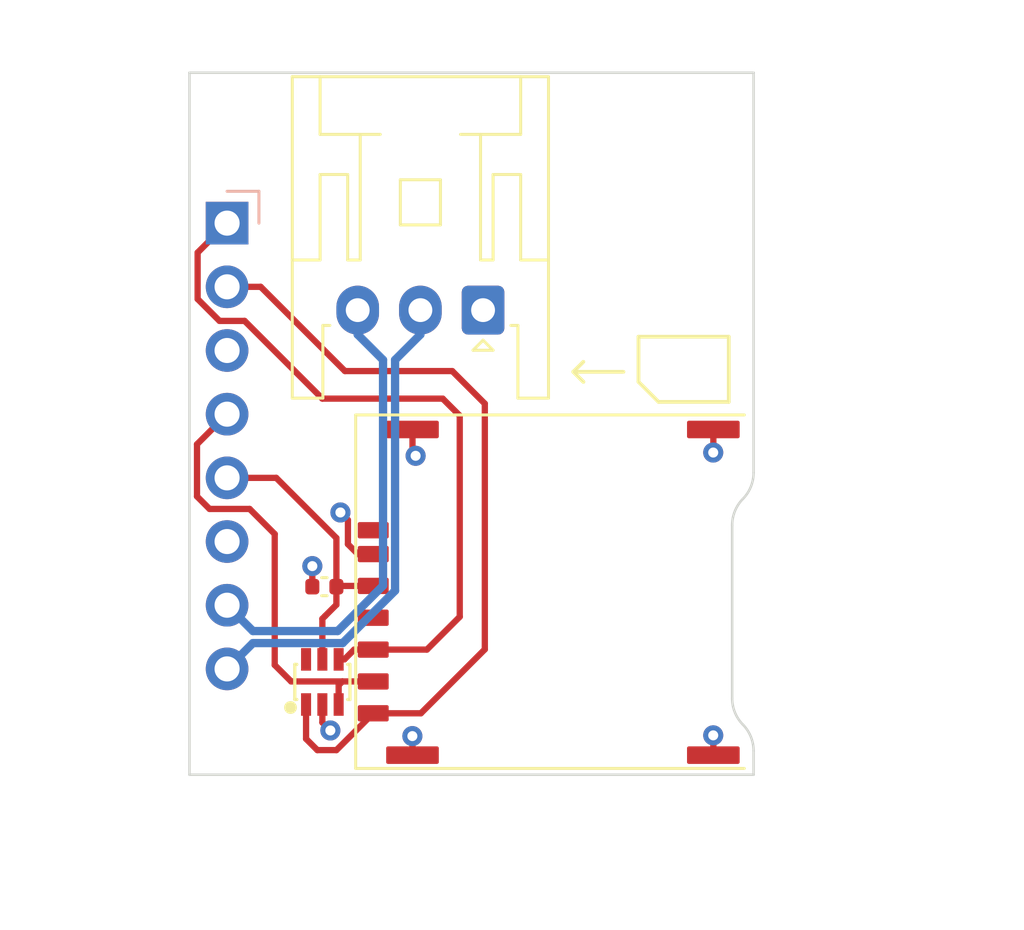
<source format=kicad_pcb>
(kicad_pcb (version 20240108) (generator "pcbnew") (generator_version "8.0")
  (layers (0 "F.Cu" signal) (1 "In1.Cu" signal) (2 "In2.Cu" signal) (31 "B.Cu" signal) (34 "B.Paste" user) (35 "F.Paste" user) (36 "B.SilkS" user "B.Silkscreen") (37 "F.SilkS" user "F.Silkscreen") (38 "B.Mask" user) (39 "F.Mask" user) (44 "Edge.Cuts" user))
  (net 0 "")
  (net 1 "GND")
  (net 2 "USIM_VDD")
  (net 3 "USIM_RST")
  (net 4 "USIM_CLK")
  (net 5 "USIM_DATA")
  (net 6 "4G_USB_D+")
  (net 7 "4G_USB_D-")
  (footprint "Connector_JST:JST_XA_S03B-XASK-1_1x03_P2.50mm_Horizontal" (layer "F.Cu") (at 10.21 3.47 180)
    (property "Reference" "J2" (hide yes))
    (property "Value" "Conn_01x03")
    (fp_line (start 7.61 9.31) (end 7.61 -3.51) (stroke (width 0.12)) (layer "F.SilkS"))
    (fp_line (start 7.61 -3.51) (end 6.39 -3.51) (stroke (width 0.12)) (layer "F.SilkS"))
    (fp_line (start 6.5 7.01) (end 6.5 9.31) (stroke (width 0.12)) (layer "F.SilkS"))
    (fp_line (start 6.5 5.41) (end 6.5 2) (stroke (width 0.12)) (layer "F.SilkS"))
    (fp_line (start 6.5 2) (end 7.61 2) (stroke (width 0.12)) (layer "F.SilkS"))
    (fp_line (start 6.39 -0.61) (end 6.11 -0.61) (stroke (width 0.12)) (layer "F.SilkS"))
    (fp_line (start 6.39 -3.51) (end 6.39 -0.61) (stroke (width 0.12)) (layer "F.SilkS"))
    (fp_line (start 5.4 5.41) (end 6.5 5.41) (stroke (width 0.12)) (layer "F.SilkS"))
    (fp_line (start 5.4 2) (end 5.4 5.41) (stroke (width 0.12)) (layer "F.SilkS"))
    (fp_line (start 4.9 7.01) (end 4.9 2) (stroke (width 0.12)) (layer "F.SilkS"))
    (fp_line (start 4.9 2) (end 5.4 2) (stroke (width 0.12)) (layer "F.SilkS"))
    (fp_line (start 4.1 7.01) (end 6.5 7.01) (stroke (width 0.12)) (layer "F.SilkS"))
    (fp_line (start 3.3 5.2) (end 1.7 5.2) (stroke (width 0.12)) (layer "F.SilkS"))
    (fp_line (start 3.3 3.4) (end 3.3 5.2) (stroke (width 0.12)) (layer "F.SilkS"))
    (fp_line (start 1.7 5.2) (end 1.7 3.4) (stroke (width 0.12)) (layer "F.SilkS"))
    (fp_line (start 1.7 3.4) (end 3.3 3.4) (stroke (width 0.12)) (layer "F.SilkS"))
    (fp_line (start 0.4 -1.6) (end 0 -1.2) (stroke (width 0.12)) (layer "F.SilkS"))
    (fp_line (start 0.1 7.01) (end 0.1 2) (stroke (width 0.12)) (layer "F.SilkS"))
    (fp_line (start 0.1 2) (end -0.4 2) (stroke (width 0.12)) (layer "F.SilkS"))
    (fp_line (start 0 -1.2) (end -0.4 -1.6) (stroke (width 0.12)) (layer "F.SilkS"))
    (fp_line (start -0.4 5.41) (end -1.5 5.41) (stroke (width 0.12)) (layer "F.SilkS"))
    (fp_line (start -0.4 2) (end -0.4 5.41) (stroke (width 0.12)) (layer "F.SilkS"))
    (fp_line (start -0.4 -1.6) (end 0.4 -1.6) (stroke (width 0.12)) (layer "F.SilkS"))
    (fp_line (start -1.11 -0.61) (end -1.39 -0.61) (stroke (width 0.12)) (layer "F.SilkS"))
    (fp_line (start -1.39 -0.61) (end -1.39 -3.51) (stroke (width 0.12)) (layer "F.SilkS"))
    (fp_line (start -1.39 -3.51) (end -2.61 -3.51) (stroke (width 0.12)) (layer "F.SilkS"))
    (fp_line (start -1.5 9.31) (end -1.5 7.01) (stroke (width 0.12)) (layer "F.SilkS"))
    (fp_line (start -1.5 7.01) (end 0.9 7.01) (stroke (width 0.12)) (layer "F.SilkS"))
    (fp_line (start -1.5 5.41) (end -1.5 2) (stroke (width 0.12)) (layer "F.SilkS"))
    (fp_line (start -1.5 2) (end -2.61 2) (stroke (width 0.12)) (layer "F.SilkS"))
    (fp_line (start -2.61 9.31) (end 7.61 9.31) (stroke (width 0.12)) (layer "F.SilkS"))
    (fp_line (start -2.61 -3.51) (end -2.61 9.31) (stroke (width 0.12)) (layer "F.SilkS"))
    (pad "" np_thru_hole oval (at 2.5 6.5 180) (size 2.8 2) (drill oval 2.8 2) (layers "*.Cu" "*.Mask"))
    (pad "1" thru_hole roundrect (at 0 0 180) (size 1.7 1.95) (drill 0.95) (layers "*.Cu" "*.Mask") (roundrect_rratio 0.147059) (net 1 "GND"))
    (pad "2" thru_hole oval (at 2.5 0 180) (size 1.7 1.95) (drill 0.95) (layers "*.Cu" "*.Mask") (net 7 "4G_USB_D-"))
    (pad "3" thru_hole oval (at 5 0 180) (size 1.7 1.95) (drill 0.95) (layers "*.Cu" "*.Mask") (net 6 "4G_USB_D+"))
  )
  (footprint "cacophony-library:K-DYX-010" (layer "F.Cu") (at 5.83 19.55 90)
    (property "Reference" "U1" (hide yes))
    (property "Value" "~" (hide yes))
    (fp_line (start 11.9 -0.7) (end -2.2 -0.7) (stroke (width 0.12)) (layer "F.SilkS"))
    (fp_line (start -2.2 -0.7) (end -2.2 14.8) (stroke (width 0.12)) (layer "F.SilkS"))
    (fp_line (start 11.9 14.8) (end 11.9 -0.7) (stroke (width 0.12)) (layer "F.SilkS"))
    (pad "" np_thru_hole circle (at -0.18 12.315 90) (size 0.7 0.7) (drill 0.7) (layers "F&B.Cu" "*.Mask"))
    (pad "" np_thru_hole circle (at 8.32 12.315 90) (size 0.7 0.7) (drill 0.7) (layers "F&B.Cu" "*.Mask"))
    (pad "C1" smd roundrect (at 5.08 0 90) (size 0.65 1.23) (layers "F.Cu" "F.Paste" "F.Mask") (roundrect_rratio 0.1) (net 2 "USIM_VDD"))
    (pad "C2" smd roundrect (at 2.54 0 90) (size 0.65 1.23) (layers "F.Cu" "F.Paste" "F.Mask") (roundrect_rratio 0.1) (net 3 "USIM_RST"))
    (pad "C3" smd roundrect (at 0 0 90) (size 0.65 1.23) (layers "F.Cu" "F.Paste" "F.Mask") (roundrect_rratio 0.1) (net 4 "USIM_CLK"))
    (pad "C5" smd roundrect (at 6.35 0 90) (size 0.65 1.23) (layers "F.Cu" "F.Paste" "F.Mask") (roundrect_rratio 0.1) (net 1 "GND"))
    (pad "C6" smd roundrect (at 3.81 0 90) (size 0.65 1.23) (layers "F.Cu" "F.Paste" "F.Mask") (roundrect_rratio 0.1))
    (pad "C7" smd roundrect (at 1.27 0 90) (size 0.65 1.23) (layers "F.Cu" "F.Paste" "F.Mask") (roundrect_rratio 0.1) (net 5 "USIM_DATA"))
    (pad "CD" smd roundrect (at 7.3 0 90) (size 0.65 1.23) (layers "F.Cu" "F.Paste" "F.Mask") (roundrect_rratio 0.1))
    (pad "MP" smd roundrect (at -1.67 1.565 90) (size 0.7 2.1) (layers "F.Cu" "F.Paste" "F.Mask") (roundrect_rratio 0.1) (net 1 "GND"))
    (pad "MP_2" smd roundrect (at -1.67 13.565 90) (size 0.7 2.1) (layers "F.Cu" "F.Paste" "F.Mask") (roundrect_rratio 0.1) (net 1 "GND"))
    (pad "MP_3" smd roundrect (at 11.32 13.565 90) (size 0.7 2.1) (layers "F.Cu" "F.Paste" "F.Mask") (roundrect_rratio 0.1) (net 1 "GND"))
    (pad "MP_4" smd roundrect (at 11.32 1.565 90) (size 0.7 2.1) (layers "F.Cu" "F.Paste" "F.Mask") (roundrect_rratio 0.1) (net 1 "GND"))
  )
  (footprint "cacophony-library:SOT-363_L2.0-W1.3-P0.65-LS2.1-BR" (layer "F.Cu") (at 3.8 18.3 -90)
    (property "Reference" "D1" (hide yes))
    (property "Value" "SMF05CT1G")
    (fp_line (start -0.7 1.1) (end -0.7 1.02) (stroke (width 0.13)) (layer "F.SilkS"))
    (fp_line (start 0.7 1.1) (end -0.7 1.1) (stroke (width 0.13)) (layer "F.SilkS"))
    (fp_line (start 0.7 1.1) (end 0.7 1.02) (stroke (width 0.13)) (layer "F.SilkS"))
    (fp_line (start -0.7 -1.01) (end -0.7 -1.1) (stroke (width 0.13)) (layer "F.SilkS"))
    (fp_line (start 0.7 -1.01) (end 0.7 -1.1) (stroke (width 0.13)) (layer "F.SilkS"))
    (fp_line (start 0.7 -1.1) (end -0.7 -1.1) (stroke (width 0.13)) (layer "F.SilkS"))
    (fp_circle (center 1.02 1.27) (end 1.15 1.27) (stroke (width 0.25)) (fill none) (layer "F.SilkS"))
    (pad "1" smd rect (at 0.9 0.65) (size 0.4 0.9) (layers "F.Cu" "F.Paste" "F.Mask") (net 4 "USIM_CLK"))
    (pad "2" smd rect (at 0.9 0) (size 0.4 0.9) (layers "F.Cu" "F.Paste" "F.Mask") (net 1 "GND"))
    (pad "3" smd rect (at 0.9 -0.65) (size 0.4 0.9) (layers "F.Cu" "F.Paste" "F.Mask") (net 5 "USIM_DATA"))
    (pad "4" smd rect (at -0.9 -0.65) (size 0.4 0.9) (layers "F.Cu" "F.Paste" "F.Mask") (net 3 "USIM_RST"))
    (pad "5" smd rect (at -0.9 0) (size 0.4 0.9) (layers "F.Cu" "F.Paste" "F.Mask") (net 2 "USIM_VDD"))
    (pad "6" smd rect (at -0.9 0.65) (size 0.4 0.9) (layers "F.Cu" "F.Paste" "F.Mask"))
  )
  (footprint "Capacitor_SMD:C_0402_1005Metric" (layer "F.Cu") (at 3.88 14.5)
    (property "Reference" "C1" (hide yes))
    (property "Value" "220nF")
    (fp_line (start -0.107836 -0.36) (end 0.107836 -0.36) (stroke (width 0.12)) (layer "F.SilkS"))
    (fp_line (start -0.107836 0.36) (end 0.107836 0.36) (stroke (width 0.12)) (layer "F.SilkS"))
    (pad "1" smd roundrect (at -0.48 0) (size 0.56 0.62) (layers "F.Cu" "F.Paste" "F.Mask") (net 1 "GND"))
    (pad "2" smd roundrect (at 0.48 0) (size 0.56 0.62) (layers "F.Cu" "F.Paste" "F.Mask") (net 2 "USIM_VDD"))
  )
  (footprint "cacophony-library:rpi3-usb-sim-PinHeader_1x08" (layer "B.Cu") (at 0 0 180)
    (property "Reference" "J1" (hide yes))
    (property "Value" "Conn_01x08")
    (fp_line (start 0 1.27) (end -1.27 1.27) (stroke (width 0.12)) (layer "B.SilkS"))
    (fp_line (start -1.27 1.27) (end -1.27 0) (stroke (width 0.12)) (layer "B.SilkS"))
    (pad "1" thru_hole rect (at 0 0 180) (size 1.7 1.7) (drill 1) (layers "*.Cu" "*.Mask") (net 3 "USIM_RST"))
    (pad "2" thru_hole oval (at 0 -2.54 180) (size 1.7 1.7) (drill 1) (layers "*.Cu" "*.Mask") (net 4 "USIM_CLK"))
    (pad "3" thru_hole oval (at 0 -5.08 180) (size 1.7 1.7) (drill 1) (layers "*.Cu" "*.Mask") (net 1 "GND"))
    (pad "4" thru_hole oval (at 0 -7.62 180) (size 1.7 1.7) (drill 1) (layers "*.Cu" "*.Mask") (net 5 "USIM_DATA"))
    (pad "5" thru_hole oval (at 0 -10.16 180) (size 1.7 1.7) (drill 1) (layers "*.Cu" "*.Mask") (net 2 "USIM_VDD"))
    (pad "6" thru_hole oval (at 0 -12.7 180) (size 1.7 1.7) (drill 1) (layers "*.Cu" "*.Mask") (net 1 "GND"))
    (pad "7" thru_hole oval (at 0 -15.24 180) (size 1.7 1.7) (drill 1) (layers "*.Cu" "*.Mask") (net 6 "4G_USB_D+"))
    (pad "8" thru_hole oval (at 0 -17.78 180) (size 1.7 1.7) (drill 1) (layers "*.Cu" "*.Mask") (net 7 "4G_USB_D-"))
  )
  (gr_line (start 14.21 6.33) (end 13.81 5.93) (stroke (width 0.15)) (layer "F.SilkS"))
  (gr_line (start 20.01 7.13) (end 17.21 7.13) (stroke (width 0.15)) (layer "F.SilkS"))
  (gr_line (start 17.21 7.13) (end 16.41 6.33) (stroke (width 0.15)) (layer "F.SilkS"))
  (gr_line (start 16.41 4.53) (end 20.01 4.53) (stroke (width 0.15)) (layer "F.SilkS"))
  (gr_line (start 14.21 5.53) (end 13.81 5.93) (stroke (width 0.15)) (layer "F.SilkS"))
  (gr_line (start 13.81 5.93) (end 14.21 6.33) (stroke (width 0.15)) (layer "F.SilkS"))
  (gr_line (start 15.81 5.93) (end 13.81 5.93) (stroke (width 0.15)) (layer "F.SilkS"))
  (gr_line (start 16.41 6.33) (end 16.41 4.53) (stroke (width 0.15)) (layer "F.SilkS"))
  (gr_line (start 20.01 4.53) (end 20.01 7.13) (stroke (width 0.15)) (layer "F.SilkS"))
  (gr_arc (start 20.5725 20.000013) (mid 20.88902 20.482462) (end 21 21.0487) (stroke (width 0.1)) (layer "Edge.Cuts"))
  (gr_arc (start 21 9.9513) (mid 20.889016 10.517546) (end 20.5725 10.999997) (stroke (width 0.1)) (layer "Edge.Cuts"))
  (gr_line (start 21 22) (end 21 21.0487) (stroke (width 0.1)) (layer "Edge.Cuts"))
  (gr_line (start 20.145 18.9513) (end 20.145 12.0487) (stroke (width 0.1)) (layer "Edge.Cuts"))
  (gr_line (start 21 9.9513) (end 21 -6) (stroke (width 0.1)) (layer "Edge.Cuts"))
  (gr_arc (start 20.572504 19.99999) (mid 20.255982 19.51754) (end 20.145001 18.9513) (stroke (width 0.1)) (layer "Edge.Cuts"))
  (gr_line (start 21 22) (end -1.5 22) (stroke (width 0.1)) (layer "Edge.Cuts"))
  (gr_line (start -1.5 -6) (end 21 -6) (stroke (width 0.1)) (layer "Edge.Cuts"))
  (gr_line (start -1.5 22) (end -1.5 -6) (stroke (width 0.1)) (layer "Edge.Cuts"))
  (gr_arc (start 20.145 12.0487) (mid 20.255982 11.48246) (end 20.572504 11.00001) (stroke (width 0.1)) (layer "Edge.Cuts"))
  (segment (start 7.395 9.155) (end 7.52 9.28) (width 0.25) (layer "F.Cu") (net 1))
  (segment (start 19.395 20.435) (end 19.39 20.43) (width 0.25) (layer "F.Cu") (net 1))
  (segment (start 4.82 12.805) (end 4.82 11.84) (width 0.25) (layer "F.Cu") (net 1))
  (segment (start 5.215 13.2) (end 4.82 12.805) (width 0.25) (layer "F.Cu") (net 1))
  (segment (start 3.8 19.2) (end 3.8 19.916418) (width 0.25) (layer "F.Cu") (net 1))
  (segment (start 19.395 9.145) (end 19.39 9.15) (width 0.25) (layer "F.Cu") (net 1))
  (segment (start 3.4 14.5) (end 3.4 13.68) (width 0.25) (layer "F.Cu") (net 1))
  (segment (start 3.8 19.916418) (end 4.119138 20.235556) (width 0.25) (layer "F.Cu") (net 1))
  (segment (start 7.395 21.22) (end 7.395 20.465) (width 0.25) (layer "F.Cu") (net 1))
  (segment (start 4.82 11.84) (end 4.52 11.54) (width 0.25) (layer "F.Cu") (net 1))
  (segment (start 19.395 8.23) (end 19.395 9.145) (width 0.25) (layer "F.Cu") (net 1))
  (segment (start 7.395 8.23) (end 7.395 9.155) (width 0.25) (layer "F.Cu") (net 1))
  (segment (start 19.395 21.22) (end 19.395 20.435) (width 0.25) (layer "F.Cu") (net 1))
  (segment (start 7.395 20.465) (end 7.39 20.46) (width 0.25) (layer "F.Cu") (net 1))
  (segment (start 5.83 13.2) (end 5.215 13.2) (width 0.25) (layer "F.Cu") (net 1))
  (via (at 3.4 13.68) (size 0.8) (drill 0.4) (layers "F.Cu" "B.Cu") (net 1))
  (via (at 19.39 9.15) (size 0.8) (drill 0.4) (layers "F.Cu" "B.Cu") (net 1))
  (via (at 4.52 11.54) (size 0.8) (drill 0.4) (layers "F.Cu" "B.Cu") (net 1))
  (via (at 19.39 20.43) (size 0.8) (drill 0.4) (layers "F.Cu" "B.Cu") (net 1))
  (via (at 4.119138 20.235556) (size 0.8) (drill 0.4) (layers "F.Cu" "B.Cu") (net 1))
  (via (at 7.52 9.28) (size 0.8) (drill 0.4) (layers "F.Cu" "B.Cu") (net 1))
  (via (at 7.39 20.46) (size 0.8) (drill 0.4) (layers "F.Cu" "B.Cu") (net 1))
  (segment (start 5.83 14.47) (end 4.39 14.47) (width 0.25) (layer "F.Cu") (net 2))
  (segment (start 4.36 12.56) (end 4.36 14.5) (width 0.25) (layer "F.Cu") (net 2))
  (segment (start 3.8 15.78) (end 3.91 15.67) (width 0.25) (layer "F.Cu") (net 2))
  (segment (start 1.96 10.16) (end 4.36 12.56) (width 0.25) (layer "F.Cu") (net 2))
  (segment (start 3.8 17.4) (end 3.8 15.78) (width 0.25) (layer "F.Cu") (net 2))
  (segment (start 4.39 14.47) (end 4.36 14.5) (width 0.25) (layer "F.Cu") (net 2))
  (segment (start 0 10.16) (end 1.96 10.16) (width 0.25) (layer "F.Cu") (net 2))
  (segment (start 3.91 15.67) (end 4.36 15.22) (width 0.25) (layer "F.Cu") (net 2))
  (segment (start 4.36 15.22) (end 4.36 14.5) (width 0.25) (layer "F.Cu") (net 2))
  (segment (start 5.07 17.01) (end 5.83 17.01) (width 0.25) (layer "F.Cu") (net 3))
  (segment (start 9.28 7.68) (end 9.28 15.7) (width 0.25) (layer "F.Cu") (net 3))
  (segment (start 9.28 15.7) (end 7.97 17.01) (width 0.25) (layer "F.Cu") (net 3))
  (segment (start 8.6 7) (end 9.28 7.68) (width 0.25) (layer "F.Cu") (net 3))
  (segment (start 0.7 3.9) (end 3.8 7) (width 0.25) (layer "F.Cu") (net 3))
  (segment (start -0.301701 3.9) (end 0.7 3.9) (width 0.25) (layer "F.Cu") (net 3))
  (segment (start -1.175 3.026701) (end -0.301701 3.9) (width 0.25) (layer "F.Cu") (net 3))
  (segment (start 0 0) (end -1.175 1.175) (width 0.25) (layer "F.Cu") (net 3))
  (segment (start 3.8 7) (end 8.6 7) (width 0.25) (layer "F.Cu") (net 3))
  (segment (start 7.97 17.01) (end 5.83 17.01) (width 0.25) (layer "F.Cu") (net 3))
  (segment (start -1.175 1.175) (end -1.175 3.026701) (width 0.25) (layer "F.Cu") (net 3))
  (segment (start 4.68 17.4) (end 5.07 17.01) (width 0.25) (layer "F.Cu") (net 3))
  (segment (start 4.45 17.4) (end 4.68 17.4) (width 0.25) (layer "F.Cu") (net 3))
  (segment (start 3.6 21.018971) (end 4.361029 21.018971) (width 0.25) (layer "F.Cu") (net 4))
  (segment (start 8.98 5.9) (end 4.7 5.9) (width 0.25) (layer "F.Cu") (net 4))
  (segment (start 3.15 20.568971) (end 3.15 19.2) (width 0.25) (layer "F.Cu") (net 4))
  (segment (start 7.73 19.55) (end 10.28 17) (width 0.25) (layer "F.Cu") (net 4))
  (segment (start 4.361029 21.018971) (end 5.83 19.55) (width 0.25) (layer "F.Cu") (net 4))
  (segment (start 10.28 7.2) (end 8.98 5.9) (width 0.25) (layer "F.Cu") (net 4))
  (segment (start 1.34 2.54) (end 0 2.54) (width 0.25) (layer "F.Cu") (net 4))
  (segment (start 3.6 21.018971) (end 3.15 20.568971) (width 0.25) (layer "F.Cu") (net 4))
  (segment (start 5.83 19.55) (end 7.73 19.55) (width 0.25) (layer "F.Cu") (net 4))
  (segment (start 4.7 5.9) (end 1.34 2.54) (width 0.25) (layer "F.Cu") (net 4))
  (segment (start 10.28 17) (end 10.28 7.2) (width 0.25) (layer "F.Cu") (net 4))
  (segment (start 2.555 18.28) (end 1.9 17.625) (width 0.25) (layer "F.Cu") (net 5))
  (segment (start -1.2 8.82) (end 0 7.62) (width 0.25) (layer "F.Cu") (net 5))
  (segment (start 0.9 11.4) (end -0.7 11.4) (width 0.25) (layer "F.Cu") (net 5))
  (segment (start 1.9 17.625) (end 1.9 12.4) (width 0.25) (layer "F.Cu") (net 5))
  (segment (start 4.45 19.2) (end 4.45 18.43) (width 0.25) (layer "F.Cu") (net 5))
  (segment (start -1.2 10.9) (end -1.2 8.82) (width 0.25) (layer "F.Cu") (net 5))
  (segment (start -0.7 11.4) (end -1.2 10.9) (width 0.25) (layer "F.Cu") (net 5))
  (segment (start 4.6 18.28) (end 2.555 18.28) (width 0.25) (layer "F.Cu") (net 5))
  (segment (start 1.9 12.4) (end 0.9 11.4) (width 0.25) (layer "F.Cu") (net 5))
  (segment (start 5.83 18.28) (end 4.6 18.28) (width 0.25) (layer "F.Cu") (net 5))
  (segment (start 4.45 18.43) (end 4.6 18.28) (width 0.25) (layer "F.Cu") (net 5))
  (segment (start 6.22 5.455) (end 5.21 4.445) (width 0.33) (layer "B.Cu") (net 6))
  (segment (start 4.410589 16.269999) (end 6.22 14.460588) (width 0.33) (layer "B.Cu") (net 6))
  (segment (start 0 15.24) (end 1.029999 16.269999) (width 0.33) (layer "B.Cu") (net 6))
  (segment (start 1.029999 16.269999) (end 4.410589 16.269999) (width 0.33) (layer "B.Cu") (net 6))
  (segment (start 5.21 4.445) (end 5.21 3.47) (width 0.33) (layer "B.Cu") (net 6))
  (segment (start 6.22 14.460588) (end 6.22 5.455) (width 0.33) (layer "B.Cu") (net 6))
  (segment (start 6.7 14.659412) (end 6.7 5.455) (width 0.33) (layer "B.Cu") (net 7))
  (segment (start 6.7 5.455) (end 7.71 4.445) (width 0.33) (layer "B.Cu") (net 7))
  (segment (start 7.71 4.445) (end 7.71 3.47) (width 0.33) (layer "B.Cu") (net 7))
  (segment (start 0 17.78) (end 1.029999 16.750001) (width 0.33) (layer "B.Cu") (net 7))
  (segment (start 1.029999 16.750001) (end 4.609411 16.750001) (width 0.33) (layer "B.Cu") (net 7))
  (segment (start 4.609411 16.750001) (end 6.7 14.659412) (width 0.33) (layer "B.Cu") (net 7))
)
</source>
